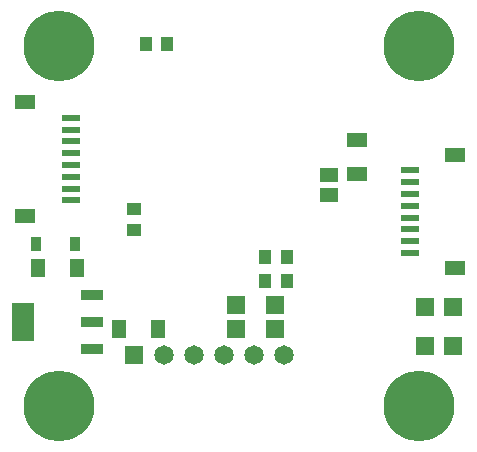
<source format=gbr>
%TF.GenerationSoftware,Altium Limited,Altium Designer,21.3.2 (30)*%
G04 Layer_Color=255*
%FSLAX44Y44*%
%MOMM*%
%TF.SameCoordinates,DF9C5644-7730-4CB0-946D-AD2690A7FF42*%
%TF.FilePolarity,Positive*%
%TF.FileFunction,Pads,Bot*%
%TF.Part,Single*%
G01*
G75*
%TA.AperFunction,SMDPad,CuDef*%
%ADD12R,1.3000X1.0000*%
%ADD15R,1.5240X1.5240*%
%ADD25R,1.0000X1.3000*%
%TA.AperFunction,ComponentPad*%
%ADD29C,1.6500*%
%ADD30R,1.6500X1.6500*%
%TA.AperFunction,ViaPad*%
%ADD31C,5.9944*%
%TA.AperFunction,SMDPad,CuDef*%
%ADD33R,1.9000X0.9000*%
%ADD34R,1.9000X3.2000*%
%ADD35R,1.8000X1.2000*%
%ADD36R,1.5500X0.6000*%
%ADD37R,0.9100X1.2200*%
%ADD38R,1.5000X1.3000*%
%ADD39R,1.3000X1.5240*%
%ADD40R,1.8000X1.3000*%
%ADD41R,1.5240X1.5240*%
D12*
X673100Y776224D02*
D03*
X673200Y758324D02*
D03*
D15*
X759460Y694690D02*
D03*
X792480D02*
D03*
X759460Y674370D02*
D03*
X792480D02*
D03*
D25*
X701294Y915670D02*
D03*
X683394Y915570D02*
D03*
X784740Y735230D02*
D03*
X802640Y735330D02*
D03*
X784740Y714910D02*
D03*
X802640Y715010D02*
D03*
D29*
X723900Y652540D02*
D03*
X698500D02*
D03*
X749300D02*
D03*
X774700D02*
D03*
X800100D02*
D03*
D30*
X673100D02*
D03*
D31*
X609600Y609600D02*
D03*
X914400D02*
D03*
Y914400D02*
D03*
X609600D02*
D03*
D33*
X638120Y703720D02*
D03*
Y680720D02*
D03*
Y657720D02*
D03*
D34*
X579120Y680720D02*
D03*
D35*
X581000Y866440D02*
D03*
Y770440D02*
D03*
X945540Y725990D02*
D03*
Y821990D02*
D03*
D36*
X619760Y853440D02*
D03*
Y843440D02*
D03*
Y833440D02*
D03*
Y823440D02*
D03*
Y813440D02*
D03*
Y803440D02*
D03*
Y793440D02*
D03*
Y783440D02*
D03*
X906780Y738990D02*
D03*
Y748990D02*
D03*
Y758990D02*
D03*
Y768990D02*
D03*
Y778990D02*
D03*
Y788990D02*
D03*
Y798990D02*
D03*
Y808990D02*
D03*
D37*
X623410Y746760D02*
D03*
X590710D02*
D03*
D38*
X838200Y787790D02*
D03*
Y804790D02*
D03*
D39*
X660400Y674370D02*
D03*
X693420D02*
D03*
X591820Y726440D02*
D03*
X624840D02*
D03*
D40*
X862330Y805920D02*
D03*
Y834920D02*
D03*
D41*
X943610Y693420D02*
D03*
Y660400D02*
D03*
X919480Y693140D02*
D03*
Y660120D02*
D03*
%TF.MD5,590a74308f180b591c0878b7c68f655f*%
M02*

</source>
